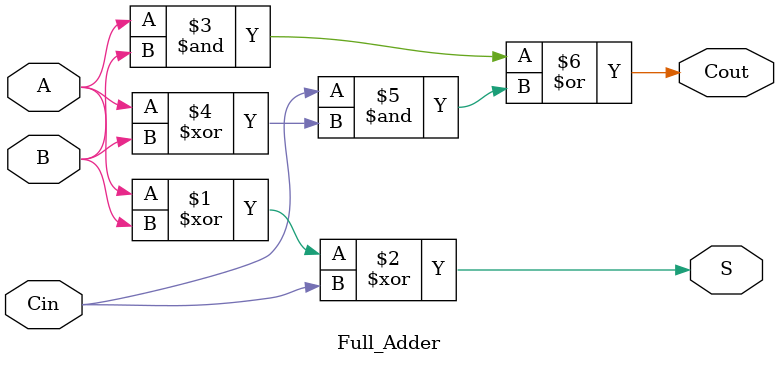
<source format=v>

module Full_Adder(A, B, Cin, S, Cout);
  
  input A,B,Cin;
  output S,Cout;
  
  assign S = A^B^Cin;
  assign Cout = (A&B)|(Cin & (A^B));
endmodule

</source>
